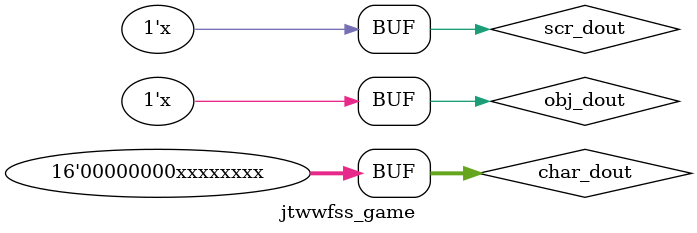
<source format=v>
/*  This file is part of JTCORES.
    JTCORES program is free software: you can redistribute it and/or modify
    it under the terms of the GNU General Public License as published by
    the Free Software Foundation, either version 3 of the License, or
    (at your option) any later version.

    JTCORES program is distributed in the hope that it will be useful,
    but WITHOUT ANY WARRANTY; without even the implied warranty of
    MERCHANTABILITY or FITNESS FOR A PARTICULAR PURPOSE.  See the
    GNU General Public License for more details.

    You should have received a copy of the GNU General Public License
    along with JTCORES.  If not, see <http://www.gnu.org/licenses/>.

    Author: Jose Tejada Gomez. Twitter: @topapate
    Version: 1.0
    Date: 27-8-2024 */

module jtwwfss_game(
    `include "jtframe_game_ports.inc" // see $JTFRAME/hdl/inc/jtframe_game_ports.inc
);

wire [15:0] char_dout;
wire [11:1] main_addr;
wire [ 8:0] scrx, scry;
wire [ 7:0] snd_latch;
wire [ 1:0] pal_wen;
wire        snd_on, v8;

assign char_dout = {8'd0, main_addr[1] ? char16_dout[7:0] : char16_dout[15:8]};
assign scr_dout  = {8'd0, main_addr[1] ? scr16_dout[7:0] : scr16_dout[15:8]};
assign obj_dout  = {8'd0, main_addr[1] ? scr16_dout[7:0] : scr16_dout[15:8]};

jtwwfss_main u_main(
    .rst        ( rst       ),
    .clk        ( clk       ), // 48 MHz
    .LVBL       ( LVBL      ),
    .v8         ( v8        ),

    .main_addr  ( main_addr ),
    .main_dsn   ( main_dsn  ),
    .main_dout  ( main_dout ),
    .main_rnw   ( main_rnw  ),

    .cram_we    ( cram_we   ),
    .scr_we     ( scr_we    ),
    .oram_we    ( oram_we   ),
    .pal_wen    ( pal_wen   ),

    .fix_dout   ( fix_dout  ),
    .scr_dout   ( scr_dout  ),
    .oram_dout  ( oram_dout ),
    .pal_dout   ( pal_dout  ),

    .scrx       ( scrx      ),
    .scry       ( scry      ),

    .ram_cs     ( ram_cs    ),
    .ram_ok     ( ram_ok    ),
    .ram_dout   ( ram_dout  ),

    .rom_cs     ( rom_cs    ),
    .rom_ok     ( rom_ok    ),
    .rom_data   ( rom_data  ),

    // Sound interface
    .snd_on     ( snd_on        ),
    .snd_latch  ( snd_latch     ),

    .joystick1  ( joystick1     ),
    .joystick2  ( joystick2     ),
    .cab_1p     ( cab_1p        ),
    .coin       ( coin          ),
    .service    ( service       ),
    .dip_pause  ( dip_pause     ),
    .dipsw_a    ( dipsw[ 7:0]   ),
    .dipsw_b    ( dipsw[15:8]   )
);

jtwwfss_video u_video(
    .rst        ( rst           ),
    .clk        ( clk           ),
    .pxl_cen    ( pxl_cen       ),

    .LHBL       ( LHBL          ),
    .LVBL       ( LVBL          ),
    .v8         ( v8            ),

    .cpu_dout   ( cpu_dout      ),
    .cpu_addr   ( cpu_addr[9:1] ),

    // Char
    .cram_addr  ( cram_addr     ),
    .cram_data  ( cram_data     ),
    .char_addr  ( char_addr     ),
    .char_data  ( char_data     ),
    .char_cs    ( char_cs       ),
    .char_ok    ( char_ok       ),

    // Scroll
    .scrx       ( scrx          ),
    .scry       ( scry          ),
    .vram_addr  ( vram_addr     ),
    .vram_data  ( vram_data     ),
    .scr_addr   ( scr_addr      ),
    .scr_data   ( scr_data      ),
    .scr_cs     ( scr_cs        ),
    .scr_ok     ( scr_ok        ),
    .scr_cs     ( scr_cs        ),

    // Object
    .oram_addr  ( oram_addr     ),
    .oram_data  ( oram_data     ),
    .obj_addr   ( obj_addr      ),
    .obj_data   ( obj_data      ),
    .obj_cs     ( obj_cs        ),
    .obj_ok     ( obj_ok        ),
    .obj_cs     ( obj_cs        ),

    .pal_wen    ( pal_wen       ),
    .pal_dout   ( pal_dout      ),

    .red        ( red           ),
    .green      ( green         ),
    .blue       ( blue          ),
    .gfx_en     ( gfx_en        )
);

jtwwfss_sound u_sound(
    .rst        ( rst       ),
    .clk        ( clk       ),

    .cen_fm     ( cen_fm    ),
    .cen_fm2    ( cen_fm2   ),
    .cen_oki    ( cen_oki   ),

    // Interface with main CPU
    .snd_on     ( snd_on    ),
    .snd_latch  ( snd_latch ),

    // ROM
    .rom_addr   ( snd_addr  ),
    .rom_cs     ( snd_cs    ),
    .rom_data   ( snd_data  ),
    .rom_ok     ( snd_ok    ),

    // ADPCM ROM
    .pcm_addr   ( pcm_addr  ),
    .pcm_cs     ( pcm_cs    ),
    .pcm_data   ( pcm_data  ),
    .pcm_ok     ( pcm_ok    ),

    // Sound output
    .fm_l       ( fm_l      ),
    .fm_r       ( fm_r      ),
    .pcm        ( pcm       )
);

endmodule

</source>
